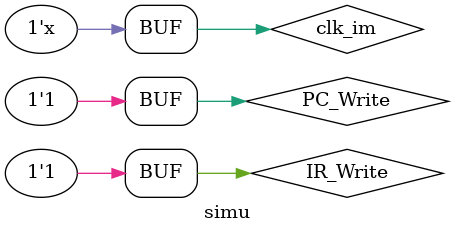
<source format=v>
`timescale 1ns / 1ps


module simu();
    reg PC_Write;
    reg IR_Write;
    reg clk_im;
    wire [31:0] imm32;
    wire [4:0] rs1;
    wire [4:0] rs2;
    wire [4:0] rd;
    wire [6:0] opcode;
    wire [2:0] funct3;
    wire [6:0] funct7;
    wire [31:0] debug;
    
    decoder_top uut(
        PC_Write,
        IR_Write,
        clk_im,
        imm32,
        rs1,
        rs2,
        rd,
        opcode,
        funct3,
        funct7,
        debug
    );
    
    initial begin
        PC_Write = 1;
        IR_Write = 1;
        clk_im = 0;
    end
    
    always #40 begin
        clk_im = ~clk_im;
    end
    
endmodule

</source>
